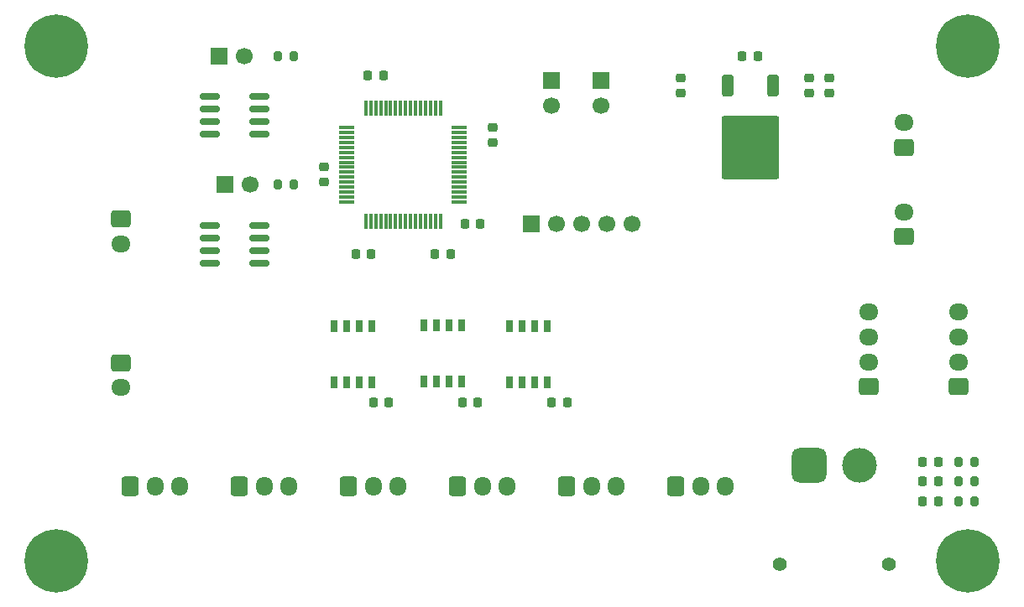
<source format=gbr>
%TF.GenerationSoftware,KiCad,Pcbnew,9.0.1*%
%TF.CreationDate,2025-05-30T13:55:45+09:00*%
%TF.ProjectId,ALTAIR_SERVO_MODULE_V6,414c5441-4952-45f5-9345-52564f5f4d4f,rev?*%
%TF.SameCoordinates,Original*%
%TF.FileFunction,Soldermask,Top*%
%TF.FilePolarity,Negative*%
%FSLAX46Y46*%
G04 Gerber Fmt 4.6, Leading zero omitted, Abs format (unit mm)*
G04 Created by KiCad (PCBNEW 9.0.1) date 2025-05-30 13:55:45*
%MOMM*%
%LPD*%
G01*
G04 APERTURE LIST*
G04 Aperture macros list*
%AMRoundRect*
0 Rectangle with rounded corners*
0 $1 Rounding radius*
0 $2 $3 $4 $5 $6 $7 $8 $9 X,Y pos of 4 corners*
0 Add a 4 corners polygon primitive as box body*
4,1,4,$2,$3,$4,$5,$6,$7,$8,$9,$2,$3,0*
0 Add four circle primitives for the rounded corners*
1,1,$1+$1,$2,$3*
1,1,$1+$1,$4,$5*
1,1,$1+$1,$6,$7*
1,1,$1+$1,$8,$9*
0 Add four rect primitives between the rounded corners*
20,1,$1+$1,$2,$3,$4,$5,0*
20,1,$1+$1,$4,$5,$6,$7,0*
20,1,$1+$1,$6,$7,$8,$9,0*
20,1,$1+$1,$8,$9,$2,$3,0*%
G04 Aperture macros list end*
%ADD10RoundRect,0.250000X-0.600000X-0.725000X0.600000X-0.725000X0.600000X0.725000X-0.600000X0.725000X0*%
%ADD11O,1.700000X1.950000*%
%ADD12RoundRect,0.225000X0.250000X-0.225000X0.250000X0.225000X-0.250000X0.225000X-0.250000X-0.225000X0*%
%ADD13RoundRect,0.225000X-0.225000X-0.250000X0.225000X-0.250000X0.225000X0.250000X-0.225000X0.250000X0*%
%ADD14RoundRect,0.218750X0.218750X0.256250X-0.218750X0.256250X-0.218750X-0.256250X0.218750X-0.256250X0*%
%ADD15R,1.700000X1.700000*%
%ADD16C,1.700000*%
%ADD17RoundRect,0.150000X0.825000X0.150000X-0.825000X0.150000X-0.825000X-0.150000X0.825000X-0.150000X0*%
%ADD18RoundRect,0.250000X0.725000X-0.600000X0.725000X0.600000X-0.725000X0.600000X-0.725000X-0.600000X0*%
%ADD19O,1.950000X1.700000*%
%ADD20RoundRect,0.200000X0.200000X0.275000X-0.200000X0.275000X-0.200000X-0.275000X0.200000X-0.275000X0*%
%ADD21RoundRect,0.225000X-0.250000X0.225000X-0.250000X-0.225000X0.250000X-0.225000X0.250000X0.225000X0*%
%ADD22RoundRect,0.225000X0.225000X0.250000X-0.225000X0.250000X-0.225000X-0.250000X0.225000X-0.250000X0*%
%ADD23R,0.650000X1.250000*%
%ADD24C,0.800000*%
%ADD25C,6.400000*%
%ADD26C,1.400000*%
%ADD27RoundRect,0.770000X0.980000X0.980000X-0.980000X0.980000X-0.980000X-0.980000X0.980000X-0.980000X0*%
%ADD28C,3.500000*%
%ADD29RoundRect,0.250000X-0.350000X0.850000X-0.350000X-0.850000X0.350000X-0.850000X0.350000X0.850000X0*%
%ADD30RoundRect,0.249997X-2.650003X2.950003X-2.650003X-2.950003X2.650003X-2.950003X2.650003X2.950003X0*%
%ADD31RoundRect,0.075000X-0.700000X-0.075000X0.700000X-0.075000X0.700000X0.075000X-0.700000X0.075000X0*%
%ADD32RoundRect,0.075000X-0.075000X-0.700000X0.075000X-0.700000X0.075000X0.700000X-0.075000X0.700000X0*%
%ADD33RoundRect,0.250000X-0.725000X0.600000X-0.725000X-0.600000X0.725000X-0.600000X0.725000X0.600000X0*%
%ADD34RoundRect,0.200000X-0.200000X-0.275000X0.200000X-0.275000X0.200000X0.275000X-0.200000X0.275000X0*%
G04 APERTURE END LIST*
D10*
%TO.C,M1*%
X81500000Y-88500000D03*
D11*
X84000000Y-88500000D03*
X86500000Y-88500000D03*
%TD*%
D12*
%TO.C,C4*%
X101000000Y-57775000D03*
X101000000Y-56225000D03*
%TD*%
D13*
%TO.C,C13*%
X124000000Y-80000000D03*
X125550000Y-80000000D03*
%TD*%
D14*
%TO.C,D3*%
X163000000Y-86000000D03*
X161425000Y-86000000D03*
%TD*%
D15*
%TO.C,J2*%
X129000000Y-47460000D03*
D16*
X129000000Y-50000000D03*
%TD*%
D17*
%TO.C,U3*%
X94475000Y-65905000D03*
X94475000Y-64635000D03*
X94475000Y-63365000D03*
X94475000Y-62095000D03*
X89525000Y-62095000D03*
X89525000Y-63365000D03*
X89525000Y-64635000D03*
X89525000Y-65905000D03*
%TD*%
D18*
%TO.C,J6*%
X159500000Y-54250000D03*
D19*
X159500000Y-51750000D03*
%TD*%
D20*
%TO.C,R3*%
X166650000Y-86000000D03*
X165000000Y-86000000D03*
%TD*%
D14*
%TO.C,D4*%
X144787500Y-45000000D03*
X143212500Y-45000000D03*
%TD*%
D20*
%TO.C,R1*%
X166650000Y-90000000D03*
X165000000Y-90000000D03*
%TD*%
%TO.C,R2*%
X166650000Y-88000000D03*
X165000000Y-88000000D03*
%TD*%
D21*
%TO.C,C6*%
X118000000Y-52225000D03*
X118000000Y-53775000D03*
%TD*%
D22*
%TO.C,C1*%
X113775000Y-65000000D03*
X112225000Y-65000000D03*
%TD*%
D13*
%TO.C,C12*%
X115000000Y-80000000D03*
X116550000Y-80000000D03*
%TD*%
D23*
%TO.C,IC2*%
X114877500Y-72200000D03*
X113607500Y-72200000D03*
X112337500Y-72200000D03*
X111067500Y-72200000D03*
X111067500Y-77900000D03*
X112337500Y-77900000D03*
X113607500Y-77900000D03*
X114877500Y-77900000D03*
%TD*%
D24*
%TO.C,H2*%
X71600000Y-44000000D03*
X72302944Y-42302944D03*
X72302944Y-45697056D03*
X74000000Y-41600000D03*
D25*
X74000000Y-44000000D03*
D24*
X74000000Y-46400000D03*
X75697056Y-42302944D03*
X75697056Y-45697056D03*
X76400000Y-44000000D03*
%TD*%
D18*
%TO.C,J15*%
X165000000Y-78400000D03*
D19*
X165000000Y-75900000D03*
X165000000Y-73400000D03*
X165000000Y-70900000D03*
%TD*%
D21*
%TO.C,C7*%
X152000000Y-47225000D03*
X152000000Y-48775000D03*
%TD*%
D10*
%TO.C,M5*%
X125500000Y-88500000D03*
D11*
X128000000Y-88500000D03*
X130500000Y-88500000D03*
%TD*%
D15*
%TO.C,J4*%
X90460000Y-45000000D03*
D16*
X93000000Y-45000000D03*
%TD*%
D26*
%TO.C,J8*%
X158000000Y-96325000D03*
X147000000Y-96325000D03*
D27*
X150000000Y-86325000D03*
D28*
X155000000Y-86325000D03*
%TD*%
D22*
%TO.C,C3*%
X105775000Y-65000000D03*
X104225000Y-65000000D03*
%TD*%
D10*
%TO.C,M2*%
X92500000Y-88500000D03*
D11*
X95000000Y-88500000D03*
X97500000Y-88500000D03*
%TD*%
D18*
%TO.C,J16*%
X156000000Y-78400000D03*
D19*
X156000000Y-75900000D03*
X156000000Y-73400000D03*
X156000000Y-70900000D03*
%TD*%
D15*
%TO.C,J1*%
X124000000Y-47460000D03*
D16*
X124000000Y-50000000D03*
%TD*%
D29*
%TO.C,U4*%
X146280000Y-47960000D03*
D30*
X144000000Y-54260000D03*
D29*
X141720000Y-47960000D03*
%TD*%
D24*
%TO.C,H1*%
X71600000Y-96000000D03*
X72302944Y-94302944D03*
X72302944Y-97697056D03*
X74000000Y-93600000D03*
D25*
X74000000Y-96000000D03*
D24*
X74000000Y-98400000D03*
X75697056Y-94302944D03*
X75697056Y-97697056D03*
X76400000Y-96000000D03*
%TD*%
D15*
%TO.C,J5*%
X91000000Y-58000000D03*
D16*
X93540000Y-58000000D03*
%TD*%
D10*
%TO.C,M4*%
X114500000Y-88500000D03*
D11*
X117000000Y-88500000D03*
X119500000Y-88500000D03*
%TD*%
D23*
%TO.C,IC1*%
X105810000Y-72300000D03*
X104540000Y-72300000D03*
X103270000Y-72300000D03*
X102000000Y-72300000D03*
X102000000Y-78000000D03*
X103270000Y-78000000D03*
X104540000Y-78000000D03*
X105810000Y-78000000D03*
%TD*%
D24*
%TO.C,H4*%
X163600000Y-96000000D03*
X164302944Y-94302944D03*
X164302944Y-97697056D03*
X166000000Y-93600000D03*
D25*
X166000000Y-96000000D03*
D24*
X166000000Y-98400000D03*
X167697056Y-94302944D03*
X167697056Y-97697056D03*
X168400000Y-96000000D03*
%TD*%
D31*
%TO.C,U1*%
X103325000Y-52250000D03*
X103325000Y-52750000D03*
X103325000Y-53250000D03*
X103325000Y-53750000D03*
X103325000Y-54250000D03*
X103325000Y-54750000D03*
X103325000Y-55250000D03*
X103325000Y-55750000D03*
X103325000Y-56250000D03*
X103325000Y-56750000D03*
X103325000Y-57250000D03*
X103325000Y-57750000D03*
X103325000Y-58250000D03*
X103325000Y-58750000D03*
X103325000Y-59250000D03*
X103325000Y-59750000D03*
D32*
X105250000Y-61675000D03*
X105750000Y-61675000D03*
X106250000Y-61675000D03*
X106750000Y-61675000D03*
X107250000Y-61675000D03*
X107750000Y-61675000D03*
X108250000Y-61675000D03*
X108750000Y-61675000D03*
X109250000Y-61675000D03*
X109750000Y-61675000D03*
X110250000Y-61675000D03*
X110750000Y-61675000D03*
X111250000Y-61675000D03*
X111750000Y-61675000D03*
X112250000Y-61675000D03*
X112750000Y-61675000D03*
D31*
X114675000Y-59750000D03*
X114675000Y-59250000D03*
X114675000Y-58750000D03*
X114675000Y-58250000D03*
X114675000Y-57750000D03*
X114675000Y-57250000D03*
X114675000Y-56750000D03*
X114675000Y-56250000D03*
X114675000Y-55750000D03*
X114675000Y-55250000D03*
X114675000Y-54750000D03*
X114675000Y-54250000D03*
X114675000Y-53750000D03*
X114675000Y-53250000D03*
X114675000Y-52750000D03*
X114675000Y-52250000D03*
D32*
X112750000Y-50325000D03*
X112250000Y-50325000D03*
X111750000Y-50325000D03*
X111250000Y-50325000D03*
X110750000Y-50325000D03*
X110250000Y-50325000D03*
X109750000Y-50325000D03*
X109250000Y-50325000D03*
X108750000Y-50325000D03*
X108250000Y-50325000D03*
X107750000Y-50325000D03*
X107250000Y-50325000D03*
X106750000Y-50325000D03*
X106250000Y-50325000D03*
X105750000Y-50325000D03*
X105250000Y-50325000D03*
%TD*%
D13*
%TO.C,C2*%
X105450000Y-47000000D03*
X107000000Y-47000000D03*
%TD*%
D33*
%TO.C,J14*%
X80500000Y-76000000D03*
D19*
X80500000Y-78500000D03*
%TD*%
D14*
%TO.C,D2*%
X163000000Y-88000000D03*
X161425000Y-88000000D03*
%TD*%
D21*
%TO.C,C8*%
X150000000Y-47225000D03*
X150000000Y-48775000D03*
%TD*%
D10*
%TO.C,M3*%
X103500000Y-88500000D03*
D11*
X106000000Y-88500000D03*
X108500000Y-88500000D03*
%TD*%
D15*
%TO.C,J3*%
X121920000Y-62000000D03*
D16*
X124460000Y-62000000D03*
X127000000Y-62000000D03*
X129540000Y-62000000D03*
X132080000Y-62000000D03*
%TD*%
D13*
%TO.C,C10*%
X106000000Y-80000000D03*
X107550000Y-80000000D03*
%TD*%
D33*
%TO.C,J13*%
X80500000Y-61500000D03*
D19*
X80500000Y-64000000D03*
%TD*%
D23*
%TO.C,IC3*%
X123540000Y-72300000D03*
X122270000Y-72300000D03*
X121000000Y-72300000D03*
X119730000Y-72300000D03*
X119730000Y-78000000D03*
X121000000Y-78000000D03*
X122270000Y-78000000D03*
X123540000Y-78000000D03*
%TD*%
D10*
%TO.C,M6*%
X136500000Y-88500000D03*
D11*
X139000000Y-88500000D03*
X141500000Y-88500000D03*
%TD*%
D34*
%TO.C,R5*%
X96350000Y-58000000D03*
X98000000Y-58000000D03*
%TD*%
D17*
%TO.C,U2*%
X94475000Y-52905000D03*
X94475000Y-51635000D03*
X94475000Y-50365000D03*
X94475000Y-49095000D03*
X89525000Y-49095000D03*
X89525000Y-50365000D03*
X89525000Y-51635000D03*
X89525000Y-52905000D03*
%TD*%
D14*
%TO.C,D1*%
X163000000Y-90000000D03*
X161425000Y-90000000D03*
%TD*%
D21*
%TO.C,C9*%
X137000000Y-47225000D03*
X137000000Y-48775000D03*
%TD*%
D18*
%TO.C,J7*%
X159500000Y-63250000D03*
D19*
X159500000Y-60750000D03*
%TD*%
D13*
%TO.C,C5*%
X115225000Y-62000000D03*
X116775000Y-62000000D03*
%TD*%
D24*
%TO.C,H3*%
X163600000Y-44000000D03*
X164302944Y-42302944D03*
X164302944Y-45697056D03*
X166000000Y-41600000D03*
D25*
X166000000Y-44000000D03*
D24*
X166000000Y-46400000D03*
X167697056Y-42302944D03*
X167697056Y-45697056D03*
X168400000Y-44000000D03*
%TD*%
D34*
%TO.C,R4*%
X96350000Y-45000000D03*
X98000000Y-45000000D03*
%TD*%
M02*

</source>
